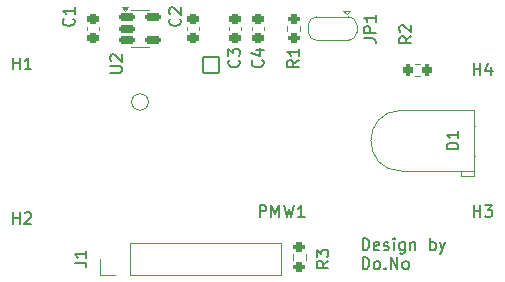
<source format=gto>
%TF.GenerationSoftware,KiCad,Pcbnew,8.0.1*%
%TF.CreationDate,2024-09-21T06:00:00+02:00*%
%TF.ProjectId,PMW3360,504d5733-3336-4302-9e6b-696361645f70,rev?*%
%TF.SameCoordinates,Original*%
%TF.FileFunction,Legend,Top*%
%TF.FilePolarity,Positive*%
%FSLAX46Y46*%
G04 Gerber Fmt 4.6, Leading zero omitted, Abs format (unit mm)*
G04 Created by KiCad (PCBNEW 8.0.1) date 2024-09-21 06:00:00*
%MOMM*%
%LPD*%
G01*
G04 APERTURE LIST*
G04 Aperture macros list*
%AMRoundRect*
0 Rectangle with rounded corners*
0 $1 Rounding radius*
0 $2 $3 $4 $5 $6 $7 $8 $9 X,Y pos of 4 corners*
0 Add a 4 corners polygon primitive as box body*
4,1,4,$2,$3,$4,$5,$6,$7,$8,$9,$2,$3,0*
0 Add four circle primitives for the rounded corners*
1,1,$1+$1,$2,$3*
1,1,$1+$1,$4,$5*
1,1,$1+$1,$6,$7*
1,1,$1+$1,$8,$9*
0 Add four rect primitives between the rounded corners*
20,1,$1+$1,$2,$3,$4,$5,0*
20,1,$1+$1,$4,$5,$6,$7,0*
20,1,$1+$1,$6,$7,$8,$9,0*
20,1,$1+$1,$8,$9,$2,$3,0*%
%AMFreePoly0*
4,1,19,0.000000,0.744911,0.071157,0.744911,0.207708,0.704816,0.327430,0.627875,0.420627,0.520320,0.479746,0.390866,0.500000,0.250000,0.500000,-0.250000,0.479746,-0.390866,0.420627,-0.520320,0.327430,-0.627875,0.207708,-0.704816,0.071157,-0.744911,0.000000,-0.744911,0.000000,-0.750000,-0.550000,-0.750000,-0.550000,0.750000,0.000000,0.750000,0.000000,0.744911,0.000000,0.744911,
$1*%
%AMFreePoly1*
4,1,19,0.550000,-0.750000,0.000000,-0.750000,0.000000,-0.744911,-0.071157,-0.744911,-0.207708,-0.704816,-0.327430,-0.627875,-0.420627,-0.520320,-0.479746,-0.390866,-0.500000,-0.250000,-0.500000,0.250000,-0.479746,0.390866,-0.420627,0.520320,-0.327430,0.627875,-0.207708,0.704816,-0.071157,0.744911,0.000000,0.744911,0.000000,0.750000,0.550000,0.750000,0.550000,-0.750000,0.550000,-0.750000,
$1*%
G04 Aperture macros list end*
%ADD10C,0.150000*%
%ADD11C,0.100000*%
%ADD12C,0.120000*%
%ADD13C,3.800000*%
%ADD14RoundRect,0.102000X-0.654000X-0.654000X0.654000X-0.654000X0.654000X0.654000X-0.654000X0.654000X0*%
%ADD15C,1.512000*%
%ADD16R,1.800000X1.800000*%
%ADD17C,1.800000*%
%ADD18O,1.700000X1.700000*%
%ADD19R,1.700000X1.700000*%
%ADD20RoundRect,0.150000X-0.512500X-0.150000X0.512500X-0.150000X0.512500X0.150000X-0.512500X0.150000X0*%
%ADD21RoundRect,0.200000X0.275000X-0.200000X0.275000X0.200000X-0.275000X0.200000X-0.275000X-0.200000X0*%
%ADD22RoundRect,0.200000X0.200000X0.275000X-0.200000X0.275000X-0.200000X-0.275000X0.200000X-0.275000X0*%
%ADD23RoundRect,0.200000X-0.275000X0.200000X-0.275000X-0.200000X0.275000X-0.200000X0.275000X0.200000X0*%
%ADD24FreePoly0,180.000000*%
%ADD25R,1.000000X1.500000*%
%ADD26FreePoly1,180.000000*%
%ADD27RoundRect,0.225000X0.250000X-0.225000X0.250000X0.225000X-0.250000X0.225000X-0.250000X-0.225000X0*%
%ADD28RoundRect,0.225000X-0.250000X0.225000X-0.250000X-0.225000X0.250000X-0.225000X0.250000X0.225000X0*%
G04 APERTURE END LIST*
D10*
X168836779Y-96759875D02*
X168836779Y-95759875D01*
X168836779Y-95759875D02*
X169074874Y-95759875D01*
X169074874Y-95759875D02*
X169217731Y-95807494D01*
X169217731Y-95807494D02*
X169312969Y-95902732D01*
X169312969Y-95902732D02*
X169360588Y-95997970D01*
X169360588Y-95997970D02*
X169408207Y-96188446D01*
X169408207Y-96188446D02*
X169408207Y-96331303D01*
X169408207Y-96331303D02*
X169360588Y-96521779D01*
X169360588Y-96521779D02*
X169312969Y-96617017D01*
X169312969Y-96617017D02*
X169217731Y-96712256D01*
X169217731Y-96712256D02*
X169074874Y-96759875D01*
X169074874Y-96759875D02*
X168836779Y-96759875D01*
X170217731Y-96712256D02*
X170122493Y-96759875D01*
X170122493Y-96759875D02*
X169932017Y-96759875D01*
X169932017Y-96759875D02*
X169836779Y-96712256D01*
X169836779Y-96712256D02*
X169789160Y-96617017D01*
X169789160Y-96617017D02*
X169789160Y-96236065D01*
X169789160Y-96236065D02*
X169836779Y-96140827D01*
X169836779Y-96140827D02*
X169932017Y-96093208D01*
X169932017Y-96093208D02*
X170122493Y-96093208D01*
X170122493Y-96093208D02*
X170217731Y-96140827D01*
X170217731Y-96140827D02*
X170265350Y-96236065D01*
X170265350Y-96236065D02*
X170265350Y-96331303D01*
X170265350Y-96331303D02*
X169789160Y-96426541D01*
X170646303Y-96712256D02*
X170741541Y-96759875D01*
X170741541Y-96759875D02*
X170932017Y-96759875D01*
X170932017Y-96759875D02*
X171027255Y-96712256D01*
X171027255Y-96712256D02*
X171074874Y-96617017D01*
X171074874Y-96617017D02*
X171074874Y-96569398D01*
X171074874Y-96569398D02*
X171027255Y-96474160D01*
X171027255Y-96474160D02*
X170932017Y-96426541D01*
X170932017Y-96426541D02*
X170789160Y-96426541D01*
X170789160Y-96426541D02*
X170693922Y-96378922D01*
X170693922Y-96378922D02*
X170646303Y-96283684D01*
X170646303Y-96283684D02*
X170646303Y-96236065D01*
X170646303Y-96236065D02*
X170693922Y-96140827D01*
X170693922Y-96140827D02*
X170789160Y-96093208D01*
X170789160Y-96093208D02*
X170932017Y-96093208D01*
X170932017Y-96093208D02*
X171027255Y-96140827D01*
X171503446Y-96759875D02*
X171503446Y-96093208D01*
X171503446Y-95759875D02*
X171455827Y-95807494D01*
X171455827Y-95807494D02*
X171503446Y-95855113D01*
X171503446Y-95855113D02*
X171551065Y-95807494D01*
X171551065Y-95807494D02*
X171503446Y-95759875D01*
X171503446Y-95759875D02*
X171503446Y-95855113D01*
X172408207Y-96093208D02*
X172408207Y-96902732D01*
X172408207Y-96902732D02*
X172360588Y-96997970D01*
X172360588Y-96997970D02*
X172312969Y-97045589D01*
X172312969Y-97045589D02*
X172217731Y-97093208D01*
X172217731Y-97093208D02*
X172074874Y-97093208D01*
X172074874Y-97093208D02*
X171979636Y-97045589D01*
X172408207Y-96712256D02*
X172312969Y-96759875D01*
X172312969Y-96759875D02*
X172122493Y-96759875D01*
X172122493Y-96759875D02*
X172027255Y-96712256D01*
X172027255Y-96712256D02*
X171979636Y-96664636D01*
X171979636Y-96664636D02*
X171932017Y-96569398D01*
X171932017Y-96569398D02*
X171932017Y-96283684D01*
X171932017Y-96283684D02*
X171979636Y-96188446D01*
X171979636Y-96188446D02*
X172027255Y-96140827D01*
X172027255Y-96140827D02*
X172122493Y-96093208D01*
X172122493Y-96093208D02*
X172312969Y-96093208D01*
X172312969Y-96093208D02*
X172408207Y-96140827D01*
X172884398Y-96093208D02*
X172884398Y-96759875D01*
X172884398Y-96188446D02*
X172932017Y-96140827D01*
X172932017Y-96140827D02*
X173027255Y-96093208D01*
X173027255Y-96093208D02*
X173170112Y-96093208D01*
X173170112Y-96093208D02*
X173265350Y-96140827D01*
X173265350Y-96140827D02*
X173312969Y-96236065D01*
X173312969Y-96236065D02*
X173312969Y-96759875D01*
X174551065Y-96759875D02*
X174551065Y-95759875D01*
X174551065Y-96140827D02*
X174646303Y-96093208D01*
X174646303Y-96093208D02*
X174836779Y-96093208D01*
X174836779Y-96093208D02*
X174932017Y-96140827D01*
X174932017Y-96140827D02*
X174979636Y-96188446D01*
X174979636Y-96188446D02*
X175027255Y-96283684D01*
X175027255Y-96283684D02*
X175027255Y-96569398D01*
X175027255Y-96569398D02*
X174979636Y-96664636D01*
X174979636Y-96664636D02*
X174932017Y-96712256D01*
X174932017Y-96712256D02*
X174836779Y-96759875D01*
X174836779Y-96759875D02*
X174646303Y-96759875D01*
X174646303Y-96759875D02*
X174551065Y-96712256D01*
X175360589Y-96093208D02*
X175598684Y-96759875D01*
X175836779Y-96093208D02*
X175598684Y-96759875D01*
X175598684Y-96759875D02*
X175503446Y-96997970D01*
X175503446Y-96997970D02*
X175455827Y-97045589D01*
X175455827Y-97045589D02*
X175360589Y-97093208D01*
X168836779Y-98369819D02*
X168836779Y-97369819D01*
X168836779Y-97369819D02*
X169074874Y-97369819D01*
X169074874Y-97369819D02*
X169217731Y-97417438D01*
X169217731Y-97417438D02*
X169312969Y-97512676D01*
X169312969Y-97512676D02*
X169360588Y-97607914D01*
X169360588Y-97607914D02*
X169408207Y-97798390D01*
X169408207Y-97798390D02*
X169408207Y-97941247D01*
X169408207Y-97941247D02*
X169360588Y-98131723D01*
X169360588Y-98131723D02*
X169312969Y-98226961D01*
X169312969Y-98226961D02*
X169217731Y-98322200D01*
X169217731Y-98322200D02*
X169074874Y-98369819D01*
X169074874Y-98369819D02*
X168836779Y-98369819D01*
X169979636Y-98369819D02*
X169884398Y-98322200D01*
X169884398Y-98322200D02*
X169836779Y-98274580D01*
X169836779Y-98274580D02*
X169789160Y-98179342D01*
X169789160Y-98179342D02*
X169789160Y-97893628D01*
X169789160Y-97893628D02*
X169836779Y-97798390D01*
X169836779Y-97798390D02*
X169884398Y-97750771D01*
X169884398Y-97750771D02*
X169979636Y-97703152D01*
X169979636Y-97703152D02*
X170122493Y-97703152D01*
X170122493Y-97703152D02*
X170217731Y-97750771D01*
X170217731Y-97750771D02*
X170265350Y-97798390D01*
X170265350Y-97798390D02*
X170312969Y-97893628D01*
X170312969Y-97893628D02*
X170312969Y-98179342D01*
X170312969Y-98179342D02*
X170265350Y-98274580D01*
X170265350Y-98274580D02*
X170217731Y-98322200D01*
X170217731Y-98322200D02*
X170122493Y-98369819D01*
X170122493Y-98369819D02*
X169979636Y-98369819D01*
X170741541Y-98274580D02*
X170789160Y-98322200D01*
X170789160Y-98322200D02*
X170741541Y-98369819D01*
X170741541Y-98369819D02*
X170693922Y-98322200D01*
X170693922Y-98322200D02*
X170741541Y-98274580D01*
X170741541Y-98274580D02*
X170741541Y-98369819D01*
X171217731Y-98369819D02*
X171217731Y-97369819D01*
X171217731Y-97369819D02*
X171789159Y-98369819D01*
X171789159Y-98369819D02*
X171789159Y-97369819D01*
X172408207Y-98369819D02*
X172312969Y-98322200D01*
X172312969Y-98322200D02*
X172265350Y-98274580D01*
X172265350Y-98274580D02*
X172217731Y-98179342D01*
X172217731Y-98179342D02*
X172217731Y-97893628D01*
X172217731Y-97893628D02*
X172265350Y-97798390D01*
X172265350Y-97798390D02*
X172312969Y-97750771D01*
X172312969Y-97750771D02*
X172408207Y-97703152D01*
X172408207Y-97703152D02*
X172551064Y-97703152D01*
X172551064Y-97703152D02*
X172646302Y-97750771D01*
X172646302Y-97750771D02*
X172693921Y-97798390D01*
X172693921Y-97798390D02*
X172741540Y-97893628D01*
X172741540Y-97893628D02*
X172741540Y-98179342D01*
X172741540Y-98179342D02*
X172693921Y-98274580D01*
X172693921Y-98274580D02*
X172646302Y-98322200D01*
X172646302Y-98322200D02*
X172551064Y-98369819D01*
X172551064Y-98369819D02*
X172408207Y-98369819D01*
X178238095Y-81954819D02*
X178238095Y-80954819D01*
X178238095Y-81431009D02*
X178809523Y-81431009D01*
X178809523Y-81954819D02*
X178809523Y-80954819D01*
X179714285Y-81288152D02*
X179714285Y-81954819D01*
X179476190Y-80907200D02*
X179238095Y-81621485D01*
X179238095Y-81621485D02*
X179857142Y-81621485D01*
X160115300Y-93955740D02*
X160115300Y-92953748D01*
X160115300Y-92953748D02*
X160497011Y-92953748D01*
X160497011Y-92953748D02*
X160592439Y-93001462D01*
X160592439Y-93001462D02*
X160640153Y-93049176D01*
X160640153Y-93049176D02*
X160687867Y-93144604D01*
X160687867Y-93144604D02*
X160687867Y-93287746D01*
X160687867Y-93287746D02*
X160640153Y-93383174D01*
X160640153Y-93383174D02*
X160592439Y-93430887D01*
X160592439Y-93430887D02*
X160497011Y-93478601D01*
X160497011Y-93478601D02*
X160115300Y-93478601D01*
X161117292Y-93955740D02*
X161117292Y-92953748D01*
X161117292Y-92953748D02*
X161451289Y-93669457D01*
X161451289Y-93669457D02*
X161785287Y-92953748D01*
X161785287Y-92953748D02*
X161785287Y-93955740D01*
X162166998Y-92953748D02*
X162405568Y-93955740D01*
X162405568Y-93955740D02*
X162596423Y-93240032D01*
X162596423Y-93240032D02*
X162787279Y-93955740D01*
X162787279Y-93955740D02*
X163025849Y-92953748D01*
X163932413Y-93955740D02*
X163359846Y-93955740D01*
X163646130Y-93955740D02*
X163646130Y-92953748D01*
X163646130Y-92953748D02*
X163550702Y-93096890D01*
X163550702Y-93096890D02*
X163455274Y-93192318D01*
X163455274Y-93192318D02*
X163359846Y-93240032D01*
X176954819Y-88233094D02*
X175954819Y-88233094D01*
X175954819Y-88233094D02*
X175954819Y-87994999D01*
X175954819Y-87994999D02*
X176002438Y-87852142D01*
X176002438Y-87852142D02*
X176097676Y-87756904D01*
X176097676Y-87756904D02*
X176192914Y-87709285D01*
X176192914Y-87709285D02*
X176383390Y-87661666D01*
X176383390Y-87661666D02*
X176526247Y-87661666D01*
X176526247Y-87661666D02*
X176716723Y-87709285D01*
X176716723Y-87709285D02*
X176811961Y-87756904D01*
X176811961Y-87756904D02*
X176907200Y-87852142D01*
X176907200Y-87852142D02*
X176954819Y-87994999D01*
X176954819Y-87994999D02*
X176954819Y-88233094D01*
X176954819Y-86709285D02*
X176954819Y-87280713D01*
X176954819Y-86994999D02*
X175954819Y-86994999D01*
X175954819Y-86994999D02*
X176097676Y-87090237D01*
X176097676Y-87090237D02*
X176192914Y-87185475D01*
X176192914Y-87185475D02*
X176240533Y-87280713D01*
X178238095Y-93954819D02*
X178238095Y-92954819D01*
X178238095Y-93431009D02*
X178809523Y-93431009D01*
X178809523Y-93954819D02*
X178809523Y-92954819D01*
X179190476Y-92954819D02*
X179809523Y-92954819D01*
X179809523Y-92954819D02*
X179476190Y-93335771D01*
X179476190Y-93335771D02*
X179619047Y-93335771D01*
X179619047Y-93335771D02*
X179714285Y-93383390D01*
X179714285Y-93383390D02*
X179761904Y-93431009D01*
X179761904Y-93431009D02*
X179809523Y-93526247D01*
X179809523Y-93526247D02*
X179809523Y-93764342D01*
X179809523Y-93764342D02*
X179761904Y-93859580D01*
X179761904Y-93859580D02*
X179714285Y-93907200D01*
X179714285Y-93907200D02*
X179619047Y-93954819D01*
X179619047Y-93954819D02*
X179333333Y-93954819D01*
X179333333Y-93954819D02*
X179238095Y-93907200D01*
X179238095Y-93907200D02*
X179190476Y-93859580D01*
X139238095Y-94554819D02*
X139238095Y-93554819D01*
X139238095Y-94031009D02*
X139809523Y-94031009D01*
X139809523Y-94554819D02*
X139809523Y-93554819D01*
X140238095Y-93650057D02*
X140285714Y-93602438D01*
X140285714Y-93602438D02*
X140380952Y-93554819D01*
X140380952Y-93554819D02*
X140619047Y-93554819D01*
X140619047Y-93554819D02*
X140714285Y-93602438D01*
X140714285Y-93602438D02*
X140761904Y-93650057D01*
X140761904Y-93650057D02*
X140809523Y-93745295D01*
X140809523Y-93745295D02*
X140809523Y-93840533D01*
X140809523Y-93840533D02*
X140761904Y-93983390D01*
X140761904Y-93983390D02*
X140190476Y-94554819D01*
X140190476Y-94554819D02*
X140809523Y-94554819D01*
X139238095Y-81454819D02*
X139238095Y-80454819D01*
X139238095Y-80931009D02*
X139809523Y-80931009D01*
X139809523Y-81454819D02*
X139809523Y-80454819D01*
X140809523Y-81454819D02*
X140238095Y-81454819D01*
X140523809Y-81454819D02*
X140523809Y-80454819D01*
X140523809Y-80454819D02*
X140428571Y-80597676D01*
X140428571Y-80597676D02*
X140333333Y-80692914D01*
X140333333Y-80692914D02*
X140238095Y-80740533D01*
X144454819Y-97833333D02*
X145169104Y-97833333D01*
X145169104Y-97833333D02*
X145311961Y-97880952D01*
X145311961Y-97880952D02*
X145407200Y-97976190D01*
X145407200Y-97976190D02*
X145454819Y-98119047D01*
X145454819Y-98119047D02*
X145454819Y-98214285D01*
X145454819Y-96833333D02*
X145454819Y-97404761D01*
X145454819Y-97119047D02*
X144454819Y-97119047D01*
X144454819Y-97119047D02*
X144597676Y-97214285D01*
X144597676Y-97214285D02*
X144692914Y-97309523D01*
X144692914Y-97309523D02*
X144740533Y-97404761D01*
X147454819Y-81761904D02*
X148264342Y-81761904D01*
X148264342Y-81761904D02*
X148359580Y-81714285D01*
X148359580Y-81714285D02*
X148407200Y-81666666D01*
X148407200Y-81666666D02*
X148454819Y-81571428D01*
X148454819Y-81571428D02*
X148454819Y-81380952D01*
X148454819Y-81380952D02*
X148407200Y-81285714D01*
X148407200Y-81285714D02*
X148359580Y-81238095D01*
X148359580Y-81238095D02*
X148264342Y-81190476D01*
X148264342Y-81190476D02*
X147454819Y-81190476D01*
X147550057Y-80761904D02*
X147502438Y-80714285D01*
X147502438Y-80714285D02*
X147454819Y-80619047D01*
X147454819Y-80619047D02*
X147454819Y-80380952D01*
X147454819Y-80380952D02*
X147502438Y-80285714D01*
X147502438Y-80285714D02*
X147550057Y-80238095D01*
X147550057Y-80238095D02*
X147645295Y-80190476D01*
X147645295Y-80190476D02*
X147740533Y-80190476D01*
X147740533Y-80190476D02*
X147883390Y-80238095D01*
X147883390Y-80238095D02*
X148454819Y-80809523D01*
X148454819Y-80809523D02*
X148454819Y-80190476D01*
X165954819Y-97666666D02*
X165478628Y-97999999D01*
X165954819Y-98238094D02*
X164954819Y-98238094D01*
X164954819Y-98238094D02*
X164954819Y-97857142D01*
X164954819Y-97857142D02*
X165002438Y-97761904D01*
X165002438Y-97761904D02*
X165050057Y-97714285D01*
X165050057Y-97714285D02*
X165145295Y-97666666D01*
X165145295Y-97666666D02*
X165288152Y-97666666D01*
X165288152Y-97666666D02*
X165383390Y-97714285D01*
X165383390Y-97714285D02*
X165431009Y-97761904D01*
X165431009Y-97761904D02*
X165478628Y-97857142D01*
X165478628Y-97857142D02*
X165478628Y-98238094D01*
X164954819Y-97333332D02*
X164954819Y-96714285D01*
X164954819Y-96714285D02*
X165335771Y-97047618D01*
X165335771Y-97047618D02*
X165335771Y-96904761D01*
X165335771Y-96904761D02*
X165383390Y-96809523D01*
X165383390Y-96809523D02*
X165431009Y-96761904D01*
X165431009Y-96761904D02*
X165526247Y-96714285D01*
X165526247Y-96714285D02*
X165764342Y-96714285D01*
X165764342Y-96714285D02*
X165859580Y-96761904D01*
X165859580Y-96761904D02*
X165907200Y-96809523D01*
X165907200Y-96809523D02*
X165954819Y-96904761D01*
X165954819Y-96904761D02*
X165954819Y-97190475D01*
X165954819Y-97190475D02*
X165907200Y-97285713D01*
X165907200Y-97285713D02*
X165859580Y-97333332D01*
X172954819Y-78666666D02*
X172478628Y-78999999D01*
X172954819Y-79238094D02*
X171954819Y-79238094D01*
X171954819Y-79238094D02*
X171954819Y-78857142D01*
X171954819Y-78857142D02*
X172002438Y-78761904D01*
X172002438Y-78761904D02*
X172050057Y-78714285D01*
X172050057Y-78714285D02*
X172145295Y-78666666D01*
X172145295Y-78666666D02*
X172288152Y-78666666D01*
X172288152Y-78666666D02*
X172383390Y-78714285D01*
X172383390Y-78714285D02*
X172431009Y-78761904D01*
X172431009Y-78761904D02*
X172478628Y-78857142D01*
X172478628Y-78857142D02*
X172478628Y-79238094D01*
X172050057Y-78285713D02*
X172002438Y-78238094D01*
X172002438Y-78238094D02*
X171954819Y-78142856D01*
X171954819Y-78142856D02*
X171954819Y-77904761D01*
X171954819Y-77904761D02*
X172002438Y-77809523D01*
X172002438Y-77809523D02*
X172050057Y-77761904D01*
X172050057Y-77761904D02*
X172145295Y-77714285D01*
X172145295Y-77714285D02*
X172240533Y-77714285D01*
X172240533Y-77714285D02*
X172383390Y-77761904D01*
X172383390Y-77761904D02*
X172954819Y-78333332D01*
X172954819Y-78333332D02*
X172954819Y-77714285D01*
X163454819Y-80666666D02*
X162978628Y-80999999D01*
X163454819Y-81238094D02*
X162454819Y-81238094D01*
X162454819Y-81238094D02*
X162454819Y-80857142D01*
X162454819Y-80857142D02*
X162502438Y-80761904D01*
X162502438Y-80761904D02*
X162550057Y-80714285D01*
X162550057Y-80714285D02*
X162645295Y-80666666D01*
X162645295Y-80666666D02*
X162788152Y-80666666D01*
X162788152Y-80666666D02*
X162883390Y-80714285D01*
X162883390Y-80714285D02*
X162931009Y-80761904D01*
X162931009Y-80761904D02*
X162978628Y-80857142D01*
X162978628Y-80857142D02*
X162978628Y-81238094D01*
X163454819Y-79714285D02*
X163454819Y-80285713D01*
X163454819Y-79999999D02*
X162454819Y-79999999D01*
X162454819Y-79999999D02*
X162597676Y-80095237D01*
X162597676Y-80095237D02*
X162692914Y-80190475D01*
X162692914Y-80190475D02*
X162740533Y-80285713D01*
X168954819Y-78833333D02*
X169669104Y-78833333D01*
X169669104Y-78833333D02*
X169811961Y-78880952D01*
X169811961Y-78880952D02*
X169907200Y-78976190D01*
X169907200Y-78976190D02*
X169954819Y-79119047D01*
X169954819Y-79119047D02*
X169954819Y-79214285D01*
X169954819Y-78357142D02*
X168954819Y-78357142D01*
X168954819Y-78357142D02*
X168954819Y-77976190D01*
X168954819Y-77976190D02*
X169002438Y-77880952D01*
X169002438Y-77880952D02*
X169050057Y-77833333D01*
X169050057Y-77833333D02*
X169145295Y-77785714D01*
X169145295Y-77785714D02*
X169288152Y-77785714D01*
X169288152Y-77785714D02*
X169383390Y-77833333D01*
X169383390Y-77833333D02*
X169431009Y-77880952D01*
X169431009Y-77880952D02*
X169478628Y-77976190D01*
X169478628Y-77976190D02*
X169478628Y-78357142D01*
X169954819Y-76833333D02*
X169954819Y-77404761D01*
X169954819Y-77119047D02*
X168954819Y-77119047D01*
X168954819Y-77119047D02*
X169097676Y-77214285D01*
X169097676Y-77214285D02*
X169192914Y-77309523D01*
X169192914Y-77309523D02*
X169240533Y-77404761D01*
X160359580Y-80666666D02*
X160407200Y-80714285D01*
X160407200Y-80714285D02*
X160454819Y-80857142D01*
X160454819Y-80857142D02*
X160454819Y-80952380D01*
X160454819Y-80952380D02*
X160407200Y-81095237D01*
X160407200Y-81095237D02*
X160311961Y-81190475D01*
X160311961Y-81190475D02*
X160216723Y-81238094D01*
X160216723Y-81238094D02*
X160026247Y-81285713D01*
X160026247Y-81285713D02*
X159883390Y-81285713D01*
X159883390Y-81285713D02*
X159692914Y-81238094D01*
X159692914Y-81238094D02*
X159597676Y-81190475D01*
X159597676Y-81190475D02*
X159502438Y-81095237D01*
X159502438Y-81095237D02*
X159454819Y-80952380D01*
X159454819Y-80952380D02*
X159454819Y-80857142D01*
X159454819Y-80857142D02*
X159502438Y-80714285D01*
X159502438Y-80714285D02*
X159550057Y-80666666D01*
X159788152Y-79809523D02*
X160454819Y-79809523D01*
X159407200Y-80047618D02*
X160121485Y-80285713D01*
X160121485Y-80285713D02*
X160121485Y-79666666D01*
X158359580Y-80666666D02*
X158407200Y-80714285D01*
X158407200Y-80714285D02*
X158454819Y-80857142D01*
X158454819Y-80857142D02*
X158454819Y-80952380D01*
X158454819Y-80952380D02*
X158407200Y-81095237D01*
X158407200Y-81095237D02*
X158311961Y-81190475D01*
X158311961Y-81190475D02*
X158216723Y-81238094D01*
X158216723Y-81238094D02*
X158026247Y-81285713D01*
X158026247Y-81285713D02*
X157883390Y-81285713D01*
X157883390Y-81285713D02*
X157692914Y-81238094D01*
X157692914Y-81238094D02*
X157597676Y-81190475D01*
X157597676Y-81190475D02*
X157502438Y-81095237D01*
X157502438Y-81095237D02*
X157454819Y-80952380D01*
X157454819Y-80952380D02*
X157454819Y-80857142D01*
X157454819Y-80857142D02*
X157502438Y-80714285D01*
X157502438Y-80714285D02*
X157550057Y-80666666D01*
X157454819Y-80333332D02*
X157454819Y-79714285D01*
X157454819Y-79714285D02*
X157835771Y-80047618D01*
X157835771Y-80047618D02*
X157835771Y-79904761D01*
X157835771Y-79904761D02*
X157883390Y-79809523D01*
X157883390Y-79809523D02*
X157931009Y-79761904D01*
X157931009Y-79761904D02*
X158026247Y-79714285D01*
X158026247Y-79714285D02*
X158264342Y-79714285D01*
X158264342Y-79714285D02*
X158359580Y-79761904D01*
X158359580Y-79761904D02*
X158407200Y-79809523D01*
X158407200Y-79809523D02*
X158454819Y-79904761D01*
X158454819Y-79904761D02*
X158454819Y-80190475D01*
X158454819Y-80190475D02*
X158407200Y-80285713D01*
X158407200Y-80285713D02*
X158359580Y-80333332D01*
X153359580Y-77166666D02*
X153407200Y-77214285D01*
X153407200Y-77214285D02*
X153454819Y-77357142D01*
X153454819Y-77357142D02*
X153454819Y-77452380D01*
X153454819Y-77452380D02*
X153407200Y-77595237D01*
X153407200Y-77595237D02*
X153311961Y-77690475D01*
X153311961Y-77690475D02*
X153216723Y-77738094D01*
X153216723Y-77738094D02*
X153026247Y-77785713D01*
X153026247Y-77785713D02*
X152883390Y-77785713D01*
X152883390Y-77785713D02*
X152692914Y-77738094D01*
X152692914Y-77738094D02*
X152597676Y-77690475D01*
X152597676Y-77690475D02*
X152502438Y-77595237D01*
X152502438Y-77595237D02*
X152454819Y-77452380D01*
X152454819Y-77452380D02*
X152454819Y-77357142D01*
X152454819Y-77357142D02*
X152502438Y-77214285D01*
X152502438Y-77214285D02*
X152550057Y-77166666D01*
X152550057Y-76785713D02*
X152502438Y-76738094D01*
X152502438Y-76738094D02*
X152454819Y-76642856D01*
X152454819Y-76642856D02*
X152454819Y-76404761D01*
X152454819Y-76404761D02*
X152502438Y-76309523D01*
X152502438Y-76309523D02*
X152550057Y-76261904D01*
X152550057Y-76261904D02*
X152645295Y-76214285D01*
X152645295Y-76214285D02*
X152740533Y-76214285D01*
X152740533Y-76214285D02*
X152883390Y-76261904D01*
X152883390Y-76261904D02*
X153454819Y-76833332D01*
X153454819Y-76833332D02*
X153454819Y-76214285D01*
X144359580Y-77166666D02*
X144407200Y-77214285D01*
X144407200Y-77214285D02*
X144454819Y-77357142D01*
X144454819Y-77357142D02*
X144454819Y-77452380D01*
X144454819Y-77452380D02*
X144407200Y-77595237D01*
X144407200Y-77595237D02*
X144311961Y-77690475D01*
X144311961Y-77690475D02*
X144216723Y-77738094D01*
X144216723Y-77738094D02*
X144026247Y-77785713D01*
X144026247Y-77785713D02*
X143883390Y-77785713D01*
X143883390Y-77785713D02*
X143692914Y-77738094D01*
X143692914Y-77738094D02*
X143597676Y-77690475D01*
X143597676Y-77690475D02*
X143502438Y-77595237D01*
X143502438Y-77595237D02*
X143454819Y-77452380D01*
X143454819Y-77452380D02*
X143454819Y-77357142D01*
X143454819Y-77357142D02*
X143502438Y-77214285D01*
X143502438Y-77214285D02*
X143550057Y-77166666D01*
X144454819Y-76214285D02*
X144454819Y-76785713D01*
X144454819Y-76499999D02*
X143454819Y-76499999D01*
X143454819Y-76499999D02*
X143597676Y-76595237D01*
X143597676Y-76595237D02*
X143692914Y-76690475D01*
X143692914Y-76690475D02*
X143740533Y-76785713D01*
D11*
X150707107Y-84225000D02*
G75*
G02*
X149292893Y-84225000I-707107J0D01*
G01*
X149292893Y-84225000D02*
G75*
G02*
X150707107Y-84225000I707107J0D01*
G01*
D12*
X178265000Y-84935000D02*
X172105000Y-84935000D01*
X178265000Y-84935000D02*
X178265000Y-90055000D01*
X178395000Y-86225000D02*
X178395000Y-86225000D01*
X178395000Y-86225000D02*
X178265000Y-86225000D01*
X178265000Y-86225000D02*
X178395000Y-86225000D01*
X178265000Y-86225000D02*
X178265000Y-86225000D01*
X178395000Y-88765000D02*
X178395000Y-88765000D01*
X178395000Y-88765000D02*
X178265000Y-88765000D01*
X178265000Y-88765000D02*
X178395000Y-88765000D01*
X178265000Y-88765000D02*
X178265000Y-88765000D01*
X178265000Y-90055000D02*
X172105000Y-90055000D01*
X178265000Y-90055000D02*
X178265000Y-90455000D01*
X177145000Y-90055000D02*
X178265000Y-90055000D01*
X178265000Y-90455000D02*
X177145000Y-90455000D01*
X177145000Y-90455000D02*
X177145000Y-90055000D01*
X172105000Y-90055000D02*
G75*
G02*
X172105000Y-84935000I0J2560000D01*
G01*
X146590000Y-98830000D02*
X146590000Y-97500000D01*
X147920000Y-98830000D02*
X146590000Y-98830000D01*
X149190000Y-98830000D02*
X149190000Y-96170000D01*
X149190000Y-96170000D02*
X161950000Y-96170000D01*
X149190000Y-98830000D02*
X161950000Y-98830000D01*
X161950000Y-98830000D02*
X161950000Y-96170000D01*
X150000000Y-76440000D02*
X149200000Y-76440000D01*
X150000000Y-76440000D02*
X150800000Y-76440000D01*
X150000000Y-79560000D02*
X149200000Y-79560000D01*
X150000000Y-79560000D02*
X150800000Y-79560000D01*
X148700000Y-76490000D02*
X148460000Y-76160000D01*
X148940000Y-76160000D01*
X148700000Y-76490000D01*
G36*
X148700000Y-76490000D02*
G01*
X148460000Y-76160000D01*
X148940000Y-76160000D01*
X148700000Y-76490000D01*
G37*
X164022500Y-97562258D02*
X164022500Y-97087742D01*
X162977500Y-97562258D02*
X162977500Y-97087742D01*
X173737258Y-80977500D02*
X173262742Y-80977500D01*
X173737258Y-82022500D02*
X173262742Y-82022500D01*
X163522500Y-77762742D02*
X163522500Y-78237258D01*
X162477500Y-77762742D02*
X162477500Y-78237258D01*
X164250000Y-77700000D02*
G75*
G02*
X164950000Y-77000000I700000J0D01*
G01*
X164950000Y-79000000D02*
G75*
G02*
X164250000Y-78300000I0J700000D01*
G01*
X167650000Y-77000000D02*
G75*
G02*
X168350000Y-77700000I1J-699999D01*
G01*
X168350000Y-78300000D02*
G75*
G02*
X167650000Y-79000000I-699999J-1D01*
G01*
X164250000Y-78300000D02*
X164250000Y-77700000D01*
X164900000Y-77000000D02*
X167700000Y-77000000D01*
X167500000Y-76800000D02*
X167200000Y-76500000D01*
X167500000Y-76800000D02*
X167800000Y-76500000D01*
X167700000Y-79000000D02*
X164900000Y-79000000D01*
X167800000Y-76500000D02*
X167200000Y-76500000D01*
X168350000Y-77700000D02*
X168350000Y-78300000D01*
X160510000Y-78140580D02*
X160510000Y-77859420D01*
X159490000Y-78140580D02*
X159490000Y-77859420D01*
X157490000Y-78140580D02*
X157490000Y-77859420D01*
X158510000Y-78140580D02*
X158510000Y-77859420D01*
X153990000Y-77859420D02*
X153990000Y-78140580D01*
X155010000Y-77859420D02*
X155010000Y-78140580D01*
X145490000Y-78140580D02*
X145490000Y-77859420D01*
X146510000Y-78140580D02*
X146510000Y-77859420D01*
%LPC*%
D13*
X179000000Y-78000000D03*
D14*
X156000000Y-81125000D03*
D15*
X154000000Y-81125000D03*
X152000000Y-81125000D03*
X150000000Y-81125000D03*
X151000000Y-93725000D03*
X153000000Y-93725000D03*
X155000000Y-93725000D03*
X157000000Y-93725000D03*
D16*
X179475000Y-86225000D03*
D17*
X179475000Y-88765000D03*
D13*
X179000000Y-97000000D03*
X140000000Y-97000000D03*
X140000000Y-78000000D03*
D18*
X160620000Y-97500000D03*
X158080000Y-97500000D03*
X155540000Y-97500000D03*
X153000000Y-97500000D03*
X150460000Y-97500000D03*
D19*
X147920000Y-97500000D03*
D20*
X148862500Y-77050000D03*
X148862500Y-78000000D03*
X148862500Y-78950000D03*
X151137500Y-78950000D03*
X151137500Y-77050000D03*
D21*
X163500000Y-96500000D03*
X163500000Y-98150000D03*
D22*
X172675000Y-81500000D03*
X174325000Y-81500000D03*
D23*
X163000000Y-77175000D03*
X163000000Y-78825000D03*
D24*
X165000000Y-78000000D03*
D25*
X166300000Y-78000000D03*
D26*
X167600000Y-78000000D03*
D27*
X160000000Y-77225000D03*
X160000000Y-78775000D03*
X158000000Y-78775000D03*
X158000000Y-77225000D03*
D28*
X154500000Y-78775000D03*
X154500000Y-77225000D03*
D27*
X146000000Y-78775000D03*
X146000000Y-77225000D03*
%LPD*%
M02*

</source>
